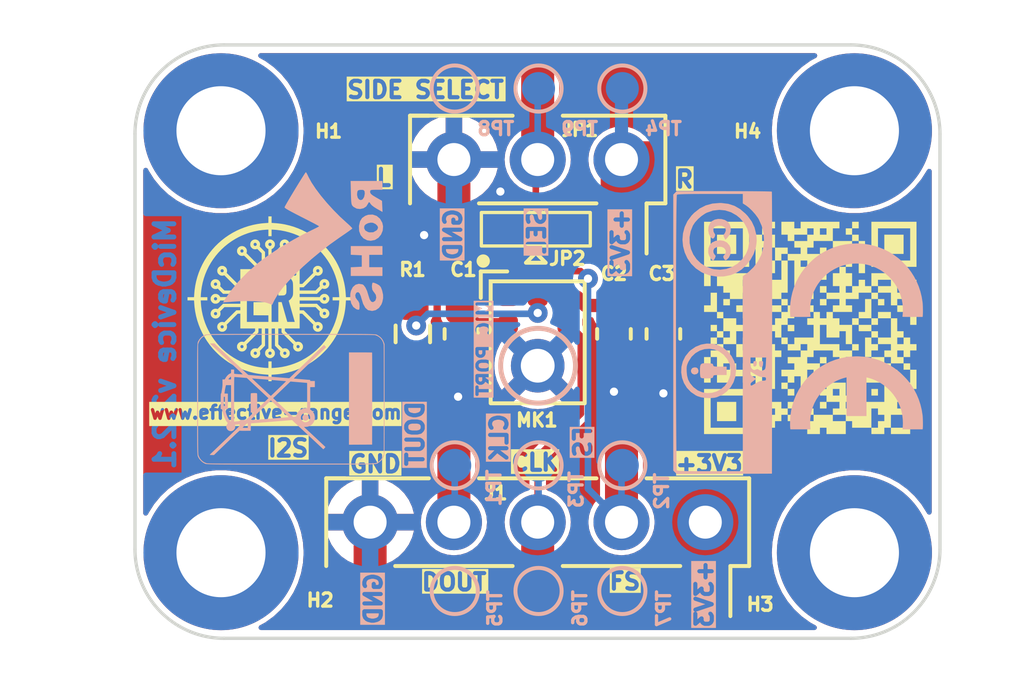
<source format=kicad_pcb>
(kicad_pcb (version 20240108) (generator "pcbnew") (generator_version "8.0")
  (title_block (title "Effective Range  Mic") (date "2024-06-16") (rev "2.2.1") (company "Global Scope Ltd") (comment 1 "Author: Ferenc Janky") (comment 2 "License: All rights reserved"))
  (layers (0 "F.Cu" signal) (31 "B.Cu" signal) (34 "B.Paste" user) (35 "F.Paste" user) (36 "B.SilkS" user "B.Silkscreen") (37 "F.SilkS" user "F.Silkscreen") (38 "B.Mask" user) (39 "F.Mask" user) (44 "Edge.Cuts" user))
  (net 0 "")
  (net 1 "+3.3V")
  (net 2 "GND")
  (net 3 "/I2S_FS")
  (net 4 "/I2S_DIN")
  (net 5 "/I2S_CLK")
  (net 6 "/SEL")
  (net 7 "/DATA")
  (footprint "MountingHole:MountingHole_2.7mm_M2.5_DIN965_Pad_TopBottom" (layer "F.Cu") (at 121.337 58.353)
    (property "Reference" "H1" (at 3.261128 0.0162 0) (layer "F.SilkS") (effects (font (size 0.4 0.4) (thickness 0.1))))
    (property "Value" "MountingHole")
    (pad "1" thru_hole circle (at 0 0) (size 3.1 3.1) (drill 2.7) (layers "*.Cu" "*.Mask"))
    (pad "1" connect circle (at 0 0) (size 4.7 4.7) (layers "F.Cu" "F.Mask"))
    (pad "1" connect circle (at 0 0) (size 4.7 4.7) (layers "B.Cu" "B.Mask"))
  )
  (footprint "Library:url-qr" (layer "F.Cu") (at 139.203128 64.3382)
    (property "Reference" "G***" (hide yes))
    (property "Value" "LOGO" (hide yes))
  )
  (footprint "Library:PinHeader_1x03_P2.54mm_Vertical_SMD_Pin1Right" (layer "F.Cu") (at 130.937 59.227 -90)
    (property "Reference" "JP1" (at -0.9086 -1.281128 0) (layer "F.SilkS") (effects (font (size 0.4 0.4) (thickness 0.1))))
    (property "Value" "SIDE_SELECT")
    (pad "1" thru_hole oval (at 0 -2.54 270) (size 1.7 1.7) (drill 1) (layers "*.Cu" "*.Mask") (net 1 "+3.3V"))
    (pad "1" smd rect (at 1.805 -2.54 270) (size 2.21 1) (layers "F.Cu" "F.Paste" "F.Mask") (net 1 "+3.3V") (clearance -0.2))
    (pad "2" smd rect (at -1.805 0 270) (size 2.21 1) (layers "F.Cu" "F.Paste" "F.Mask") (net 6 "/SEL"))
    (pad "2" thru_hole oval (at 0 0 270) (size 1.7 1.7) (drill 1) (layers "*.Cu" "*.Mask") (net 6 "/SEL"))
    (pad "3" thru_hole oval (at 0 2.54 270) (size 1.7 1.7) (drill 1) (layers "*.Cu" "*.Mask") (net 2 "GND"))
    (pad "3" smd rect (at 1.805 2.54 270) (size 2.21 1) (layers "F.Cu" "F.Paste" "F.Mask") (net 2 "GND"))
  )
  (footprint "MountingHole:MountingHole_2.7mm_M2.5_DIN965_Pad_TopBottom" (layer "F.Cu") (at 140.537 71.153)
    (property "Reference" "H3" (at -2.857872 1.5672 0) (layer "F.SilkS") (effects (font (size 0.4 0.4) (thickness 0.1))))
    (property "Value" "MountingHole")
    (pad "1" thru_hole circle (at 0 0) (size 3.1 3.1) (drill 2.7) (layers "*.Cu" "*.Mask"))
    (pad "1" connect circle (at 0 0) (size 4.7 4.7) (layers "F.Cu" "F.Mask"))
    (pad "1" connect circle (at 0 0) (size 4.7 4.7) (layers "B.Cu" "B.Mask"))
  )
  (footprint "MountingHole:MountingHole_2.7mm_M2.5_DIN965_Pad_TopBottom" (layer "F.Cu") (at 140.537 58.353)
    (property "Reference" "H4" (at -3.238872 0.0162 0) (layer "F.SilkS") (effects (font (size 0.4 0.4) (thickness 0.1))))
    (property "Value" "MountingHole")
    (pad "1" thru_hole circle (at 0 0) (size 3.1 3.1) (drill 2.7) (layers "*.Cu" "*.Mask"))
    (pad "1" connect circle (at 0 0) (size 4.7 4.7) (layers "F.Cu" "F.Mask"))
    (pad "1" connect circle (at 0 0) (size 4.7 4.7) (layers "B.Cu" "B.Mask"))
  )
  (footprint "Library:SolderJumper-3_P2.0mm_Open_TrianglePad1.0x1.5mm" (layer "F.Cu") (at 130.88 61.341 180)
    (property "Reference" "JP2" (at -0.957128 -0.889 0) (layer "F.SilkS") (effects (font (size 0.4 0.4) (thickness 0.1))))
    (property "Value" "SIDE_SELECT")
    (pad "1" smd custom (at -1.143 0) (size 0.3 0.3) (layers "F.Cu" "F.Mask") (net 1 "+3.3V") (options (clearance outline) (anchor rect)) (primitives (gr_poly (pts (xy -0.492 0) (xy -0.254 0.381) (xy 0.381 0.381) (xy 0.381 -0.381) (xy -0.254 -0.381)) (width 0) (fill yes))))
    (pad "2" smd custom (at 0 0 180) (size 0.2 0.2) (layers "F.Cu" "F.Mask") (net 6 "/SEL") (options (clearance outline) (anchor rect)) (primitives (gr_poly (pts (xy 0.4064 0) (xy 0.6604 0.381) (xy -0.6604 0.381) (xy -0.4318 0) (xy -0.6604 -0.381) (xy 0.6604 -0.381)) (width 0) (fill yes))))
    (pad "3" smd custom (at 1.143 0) (size 0.3 0.3) (layers "F.Cu" "F.Mask") (net 2 "GND") (options (clearance outline) (anchor rect)) (primitives (gr_poly (pts (xy 0.508 0) (xy 0.254 0.381) (xy -0.381 0.381) (xy -0.381 -0.381) (xy 0.254 -0.381)) (width 0) (fill yes))))
  )
  (footprint "Resistor_SMD:R_0603_1608Metric_Pad0.98x0.95mm_HandSolder" (layer "F.Cu") (at 127.1524 64.516 90)
    (property "Reference" "R1" (at 1.95 -0.01 0) (layer "F.SilkS") (effects (font (size 0.4 0.4) (thickness 0.1))))
    (property "Value" "33")
    (pad "1" smd roundrect (at -0.9125 0 90) (size 0.975 0.95) (layers "F.Cu" "F.Paste" "F.Mask") (net 4 "/I2S_DIN"))
    (pad "2" smd roundrect (at 0.9125 0 90) (size 0.975 0.95) (layers "F.Cu" "F.Paste" "F.Mask") (net 7 "/DATA"))
  )
  (footprint "Library:PinHeader_1x05_P2.54mm_Vertical_SMD_TH_Pin1Right" (layer "F.Cu") (at 130.937 70.227 -90)
    (property "Reference" "J1" (at -0.885 1.27 0) (layer "F.SilkS") (effects (font (size 0.4 0.4) (thickness 0.1))))
    (property "Value" "MicHeader")
    (pad "1" thru_hole oval (at 0 -5.08 270) (size 1.7 1.7) (drill 1) (layers "*.Cu" "*.Mask") (net 1 "+3.3V"))
    (pad "1" smd rect (at 1.805 -5.08 270) (size 2.21 1) (layers "F.Cu" "F.Paste" "F.Mask") (net 1 "+3.3V"))
    (pad "2" smd rect (at -1.805 -2.54 270) (size 2.21 1) (layers "F.Cu" "F.Paste" "F.Mask") (net 3 "/I2S_FS"))
    (pad "2" thru_hole oval (at 0 -2.54 270) (size 1.7 1.7) (drill 1) (layers "*.Cu" "*.Mask") (net 3 "/I2S_FS"))
    (pad "3" thru_hole oval (at 0 0 270) (size 1.7 1.7) (drill 1) (layers "*.Cu" "*.Mask") (net 5 "/I2S_CLK"))
    (pad "3" smd rect (at 1.805 0 270) (size 2.21 1) (layers "F.Cu" "F.Paste" "F.Mask") (net 5 "/I2S_CLK"))
    (pad "4" smd rect (at -1.805 2.54 270) (size 2.21 1) (layers "F.Cu" "F.Paste" "F.Mask") (net 4 "/I2S_DIN"))
    (pad "4" thru_hole oval (at 0 2.54 270) (size 1.7 1.7) (drill 1) (layers "*.Cu" "*.Mask") (net 4 "/I2S_DIN"))
    (pad "5" thru_hole oval (at 0 5.08 270) (size 1.7 1.7) (drill 1) (layers "*.Cu" "*.Mask") (net 2 "GND"))
    (pad "5" smd rect (at 1.805 5.08 270) (size 2.21 1) (layers "F.Cu" "F.Paste" "F.Mask") (net 2 "GND"))
  )
  (footprint "Library:erlogo" (layer "F.Cu") (at 122.820128 63.4492)
    (property "Reference" "G***" (hide yes))
    (property "Value" "LOGO" (hide yes))
  )
  (footprint "MountingHole:MountingHole_2.7mm_M2.5_DIN965_Pad_TopBottom" (layer "F.Cu") (at 121.337 71.153)
    (property "Reference" "H2" (at 3.007128 1.4402 0) (layer "F.SilkS") (effects (font (size 0.4 0.4) (thickness 0.1))))
    (property "Value" "MountingHole")
    (pad "1" thru_hole circle (at 0 0) (size 3.1 3.1) (drill 2.7) (layers "*.Cu" "*.Mask"))
    (pad "1" connect circle (at 0 0) (size 4.7 4.7) (layers "F.Cu" "F.Mask"))
    (pad "1" connect circle (at 0 0) (size 4.7 4.7) (layers "B.Cu" "B.Mask"))
  )
  (footprint "Library:Custom_Knowles_SPH0645LM4H-6_3.5x2.65mm" (layer "F.Cu") (at 130.937 64.7712)
    (property "Reference" "MK1" (at -0.0254 2.361 0) (layer "F.SilkS") (effects (font (size 0.4 0.4) (thickness 0.1))))
    (property "Value" "SPH0645LM4H")
    (pad "1" smd roundrect (at -0.9 -1.364) (size 0.6 0.522) (layers "F.Cu" "F.Paste" "F.Mask") (net 3 "/I2S_FS"))
    (pad "2" smd roundrect (at -0.9 -0.542) (size 0.6 0.522) (layers "F.Cu" "F.Paste" "F.Mask") (net 6 "/SEL"))
    (pad "3" thru_hole circle (at 0 0.71 90) (size 1.625 1.625) (drill 1.025) (layers "*.Cu" "*.Mask") (net 2 "GND"))
    (pad "4" smd roundrect (at 0.9 -0.542) (size 0.6 0.522) (layers "F.Cu" "F.Paste" "F.Mask") (net 5 "/I2S_CLK"))
    (pad "5" smd roundrect (at 0.9 -1.364) (size 0.6 0.522) (layers "F.Cu" "F.Paste" "F.Mask") (net 1 "+3.3V"))
    (pad "6" smd roundrect (at 0 -1.364) (size 0.6 0.522) (layers "F.Cu" "F.Paste" "F.Mask") (net 7 "/DATA"))
  )
  (footprint "Capacitor_SMD:C_0603_1608Metric_Pad1.08x0.95mm_HandSolder" (layer "F.Cu") (at 133.2484 64.516 -90)
    (property "Reference" "C2" (at -1.8288 0 0) (layer "F.SilkS") (effects (font (size 0.4 0.4) (thickness 0.1))))
    (property "Value" "200pF")
    (pad "1" smd roundrect (at -0.8625 0 270) (size 1.075 0.95) (layers "F.Cu" "F.Paste" "F.Mask") (net 1 "+3.3V"))
    (pad "2" smd roundrect (at 0.8625 0 270) (size 1.075 0.95) (layers "F.Cu" "F.Paste" "F.Mask") (net 2 "GND"))
  )
  (footprint "Capacitor_SMD:C_0603_1608Metric_Pad1.08x0.95mm_HandSolder" (layer "F.Cu") (at 134.747 64.516 -90)
    (property "Reference" "C3" (at -1.8288 0.0508 0) (layer "F.SilkS") (effects (font (size 0.4 0.4) (thickness 0.1))))
    (property "Value" "1uF")
    (pad "1" smd roundrect (at -0.8625 0 270) (size 1.075 0.95) (layers "F.Cu" "F.Paste" "F.Mask") (net 1 "+3.3V"))
    (pad "2" smd roundrect (at 0.8625 0 270) (size 1.075 0.95) (layers "F.Cu" "F.Paste" "F.Mask") (net 2 "GND"))
  )
  (footprint "Capacitor_SMD:C_0603_1608Metric_Pad1.08x0.95mm_HandSolder" (layer "F.Cu") (at 128.6256 64.516 -90)
    (property "Reference" "C1" (at -1.95 -0.06 0) (layer "F.SilkS") (effects (font (size 0.4 0.4) (thickness 0.1))))
    (property "Value" "200pF")
    (pad "1" smd roundrect (at -0.8625 0 270) (size 1.075 0.95) (layers "F.Cu" "F.Paste" "F.Mask") (net 6 "/SEL"))
    (pad "2" smd roundrect (at 0.8625 0 270) (size 1.075 0.95) (layers "F.Cu" "F.Paste" "F.Mask") (net 2 "GND"))
  )
  (footprint "Library:rohs" (layer "B.Cu") (at 123.963128 61.7982 -90)
    (property "Reference" "G***" (hide yes))
    (property "Value" "LOGO" (hide yes))
  )
  (footprint "TestPoint:TestPoint_Pad_D1.0mm" (layer "B.Cu") (at 130.9624 72.3138 180)
    (property "Reference" "TP6" (at -1.255728 -0.5334 90) (layer "B.SilkS") (effects (font (size 0.4 0.4) (thickness 0.1)) (justify mirror)))
    (property "Value" "GND")
    (pad "1" smd circle (at 0 0 180) (size 1 1) (layers "B.Cu" "B.Mask") (net 2 "GND"))
  )
  (footprint "TestPoint:TestPoint_Pad_D1.0mm" (layer "B.Cu") (at 128.4224 72.3138 -90)
    (property "Reference" "TP5" (at 0.5334 -1.2192 90) (layer "B.SilkS") (effects (font (size 0.4 0.4) (thickness 0.1)) (justify mirror)))
    (property "Value" "GND")
    (pad "1" smd circle (at 0 0 270) (size 1 1) (layers "B.Cu" "B.Mask") (net 2 "GND"))
  )
  (footprint "Library:ce" (layer "B.Cu") (at 140.795062 65.028511 -90)
    (property "Reference" "G***" (hide yes))
    (property "Value" "LOGO" (hide yes))
  )
  (footprint "Library:ccby" (layer "B.Cu") (at 136.536128 64.4652 -90)
    (property "Reference" "G***" (hide yes))
    (property "Value" "LOGO" (hide yes))
  )
  (footprint "Library:weee" (layer "B.Cu") (at 123.455128 66.4972 -90)
    (property "Reference" "G***" (hide yes))
    (property "Value" "LOGO" (hide yes))
  )
  (footprint "TestPoint:TestPoint_Pad_D1.0mm" (layer "B.Cu") (at 133.5024 68.5038 180)
    (property "Reference" "TP2" (at -1.1938 -0.7874 90) (layer "B.SilkS") (effects (font (size 0.4 0.4) (thickness 0.1)) (justify mirror)))
    (property "Value" "FS")
    (pad "1" smd circle (at 0 0 180) (size 1 1) (layers "B.Cu" "B.Mask") (net 3 "/I2S_FS"))
  )
  (footprint "TestPoint:TestPoint_Pad_D1.0mm" (layer "B.Cu") (at 130.9624 57.0738 180)
    (property "Reference" "TP9" (at -1.2446 -1.2192 0) (layer "B.SilkS") (effects (font (size 0.4 0.4) (thickness 0.1)) (justify mirror)))
    (property "Value" "SEL")
    (pad "1" smd circle (at 0 0 180) (size 1 1) (layers "B.Cu" "B.Mask") (net 6 "/SEL"))
  )
  (footprint "TestPoint:TestPoint_Pad_D1.0mm" (layer "B.Cu") (at 128.4224 57.0738 180)
    (property "Reference" "TP8" (at -1.2446 -1.2192 0) (layer "B.SilkS") (effects (font (size 0.4 0.4) (thickness 0.1)) (justify mirror)))
    (property "Value" "GND")
    (pad "1" smd circle (at 0 0 180) (size 1 1) (layers "B.Cu" "B.Mask") (net 2 "GND"))
  )
  (footprint "TestPoint:TestPoint_Pad_D1.0mm" (layer "B.Cu") (at 128.4224 68.5038 180)
    (property "Reference" "TP1" (at -1.1938 -0.6858 90) (layer "B.SilkS") (effects (font (size 0.4 0.4) (thickness 0.1)) (justify mirror)))
    (property "Value" "DATA")
    (pad "1" smd circle (at 0 0 180) (size 1 1) (layers "B.Cu" "B.Mask") (net 4 "/I2S_DIN"))
  )
  (footprint "TestPoint:TestPoint_Pad_D1.0mm" (layer "B.Cu") (at 133.5024 57.0738 180)
    (property "Reference" "TP4" (at -1.2446 -1.2192 0) (layer "B.SilkS") (effects (font (size 0.4 0.4) (thickness 0.1)) (justify mirror)))
    (property "Value" "VDD")
    (pad "1" smd circle (at 0 0 180) (size 1 1) (layers "B.Cu" "B.Mask") (net 1 "+3.3V"))
  )
  (footprint "TestPoint:TestPoint_Pad_D1.0mm" (layer "B.Cu") (at 130.9624 68.5038 180)
    (property "Reference" "TP3" (at -1.143 -0.7366 90) (layer "B.SilkS") (effects (font (size 0.4 0.4) (thickness 0.1)) (justify mirror)))
    (property "Value" "CLK")
    (pad "1" smd circle (at 0 0 180) (size 1 1) (layers "B.Cu" "B.Mask") (net 5 "/I2S_CLK"))
  )
  (footprint "TestPoint:TestPoint_Pad_D1.0mm" (layer "B.Cu") (at 133.5024 72.3138 -90)
    (property "Reference" "TP7" (at 0.5334 -1.255728 90) (layer "B.SilkS") (effects (font (size 0.4 0.4) (thickness 0.1)) (justify mirror)))
    (property "Value" "GND")
    (pad "1" smd circle (at 0 0 270) (size 1 1) (layers "B.Cu" "B.Mask") (net 2 "GND"))
  )
  (gr_circle (center 130.948128 65.4812) (end 131.8514 66.167) (stroke (width 0.15)) (fill none) (layer "B.SilkS"))
  (gr_circle (center 129.286 62.3062) (end 129.413 62.3062) (stroke (width 0.15)) (fill solid) (layer "F.SilkS"))
  (gr_line (start 140.43 73.75) (end 121.43 73.75) (stroke (width 0.1)) (layer "Edge.Cuts"))
  (gr_arc (start 143.13 71.05) (mid 142.339188 72.959188) (end 140.43 73.75) (stroke (width 0.1)) (layer "Edge.Cuts"))
  (gr_arc (start 121.43 73.75) (mid 119.520812 72.959188) (end 118.73 71.05) (stroke (width 0.1)) (layer "Edge.Cuts"))
  (gr_line (start 143.13 58.45) (end 143.13 71.05) (stroke (width 0.1)) (layer "Edge.Cuts"))
  (gr_line (start 121.43 55.75) (end 140.43 55.75) (stroke (width 0.1)) (layer "Edge.Cuts"))
  (gr_line (start 118.73 71.05) (end 118.73 58.45) (stroke (width 0.1)) (layer "Edge.Cuts"))
  (gr_arc (start 118.73 58.45) (mid 119.520812 56.540812) (end 121.43 55.75) (stroke (width 0.1)) (layer "Edge.Cuts"))
  (gr_arc (start 140.43 55.75) (mid 142.339188 56.540812) (end 143.13 58.45) (stroke (width 0.1)) (layer "Edge.Cuts"))
  (gr_text "MicDevice v2.2.1" (at 119.9896 60.9346 90) (layer "B.Cu") (effects (font (size 0.6 0.6) (thickness 0.15) (bold yes)) (justify left bottom mirror)))
  (gr_text "+3V3" (at 133.742128 60.6552 90) (layer "B.SilkS" knockout) (effects (font (size 0.5 0.5) (thickness 0.125) (bold yes)) (justify left bottom mirror)))
  (gr_text "MIC PORT" (at 129.551128 63.4492 90) (layer "B.SilkS" knockout) (effects (font (size 0.4 0.4) (thickness 0.1) (bold yes)) (justify left bottom mirror)))
  (gr_text "GND" (at 126.249128 71.7042 90) (layer "B.SilkS" knockout) (effects (font (size 0.5 0.5) (thickness 0.125) (bold yes)) (justify left bottom mirror)))
  (gr_text "SEL" (at 131.202128 60.6552 90) (layer "B.SilkS" knockout) (effects (font (size 0.5 0.5) (thickness 0.125) (bold yes)) (justify left bottom mirror)))
  (gr_text "DOUT" (at 127.519128 66.4972 90) (layer "B.SilkS" knockout) (effects (font (size 0.5 0.5) (thickness 0.125) (bold yes)) (justify left bottom mirror)))
  (gr_text "+3V3" (at 136.282128 71.3232 90) (layer "B.SilkS" knockout) (effects (font (size 0.5 0.5) (thickness 0.125) (bold yes)) (justify left bottom mirror)))
  (gr_text "GND" (at 128.662128 60.6552 90) (layer "B.SilkS" knockout) (effects (font (size 0.5 0.5) (thickness 0.125) (bold yes)) (justify left bottom mirror)))
  (gr_text "CLK" (at 130.059128 66.8782 90) (layer "B.SilkS" knockout) (effects (font (size 0.5 0.5) (thickness 0.125) (bold yes)) (justify left bottom mirror)))
  (gr_text "FS" (at 132.599128 67.2592 90) (layer "B.SilkS" knockout) (effects (font (size 0.5 0.5) (thickness 0.125) (bold yes)) (justify left bottom mirror)))
  (gr_text "I2S" (at 122.693128 68.2752 0) (layer "F.SilkS" knockout) (effects (font (size 0.5 0.5) (thickness 0.125) (bold yes)) (justify left bottom)))
  (gr_text "R" (at 135.0518 60.1218 0) (layer "F.SilkS" knockout) (effects (font (size 0.5 0.5) (thickness 0.125) (bold yes)) (justify left bottom)))
  (gr_text "DOUT" (at 127.3556 72.3392 0) (layer "F.SilkS" knockout) (effects (font (size 0.5 0.5) (thickness 0.125) (bold yes)) (justify left bottom)))
  (gr_text "FS" (at 133.0452 72.3138 0) (layer "F.SilkS" knockout) (effects (font (size 0.5 0.5) (thickness 0.125) (bold yes)) (justify left bottom)))
  (gr_text "+3V3" (at 135.0518 68.7578 0) (layer "F.SilkS" knockout) (effects (font (size 0.5 0.5) (thickness 0.125) (bold yes)) (justify left bottom)))
  (gr_text "www.effective-range.com" (at 119.137128 67.1322 0) (layer "F.SilkS" knockout) (effects (font (size 0.4 0.4) (thickness 0.1)) (justify left bottom)))
  (gr_text "SIDE SELECT" (at 125.095 57.404 0) (layer "F.SilkS" knockout) (effects (font (size 0.5 0.5) (thickness 0.125) (bold yes)) (justify left bottom)))
  (gr_text "L" (at 125.984 60.071 0) (layer "F.SilkS" knockout) (effects (font (size 0.5 0.5) (thickness 0.125) (bold yes)) (justify left bottom)))
  (gr_text "CLK" (at 130.0734 68.707 0) (layer "F.SilkS" knockout) (effects (font (size 0.5 0.5) (thickness 0.125) (bold yes)) (justify left bottom)))
  (gr_text "GND" (at 125.1712 68.7578 0) (layer "F.SilkS" knockout) (effects (font (size 0.5 0.5) (thickness 0.125) (bold yes)) (justify left bottom)))
  (segment (start 132.18 61.341) (end 133.168 61.341) (width 0.4) (layer "F.Cu") (net 1))
  (segment (start 133.2484 63.6535) (end 132.383299 63.6535) (width 0.4) (layer "F.Cu") (net 1))
  (segment (start 132.136999 63.4072) (end 131.837 63.4072) (width 0.4) (layer "F.Cu") (net 1))
  (segment (start 133.168 61.341) (end 133.477 61.032) (width 0.4) (layer "F.Cu") (net 1))
  (segment (start 132.383299 63.6535) (end 132.136999 63.4072) (width 0.4) (layer "F.Cu") (net 1))
  (segment (start 134.747 63.6535) (end 133.2484 63.6535) (width 0.4) (layer "F.Cu") (net 1))
  (segment (start 133.477 59.227) (end 133.477 57.0992) (width 0.4) (layer "B.Cu") (net 1))
  (segment (start 133.477 57.0992) (end 133.5024 57.0738) (width 0.4) (layer "B.Cu") (net 1))
  (segment (start 129.576528 61.180528) (end 129.737 61.341) (width 0.4) (layer "F.Cu") (net 2))
  (segment (start 129.576528 60.4266) (end 129.576528 61.180528) (width 0.4) (layer "F.Cu") (net 2))
  (segment (start 133.2484 65.3785) (end 133.2484 66.2686) (width 0.4) (layer "F.Cu") (net 2))
  (segment (start 125.857 71.882) (end 125.857 70.2818) (width 0.4) (layer "F.Cu") (net 2))
  (segment (start 128.6256 66.3194) (end 128.524 66.421) (width 0.4) (layer "F.Cu") (net 2))
  (segment (start 127.9102 61.5188) (end 127.493728 61.5188) (width 0.4) (layer "F.Cu") (net 2))
  (segment (start 134.747 65.3785) (end 134.747 66.3194) (width 0.4) (layer "F.Cu") (net 2))
  (segment (start 129.805128 60.198) (end 129.576528 60.4266) (width 0.4) (layer "F.Cu") (net 2))
  (segment (start 128.6256 65.3785) (end 128.6256 66.3194) (width 0.4) (layer "F.Cu") (net 2))
  (segment (start 128.397 61.032) (end 127.9102 61.5188) (width 0.4) (layer "F.Cu") (net 2))
  (segment (start 125.857 70.2818) (end 125.8824 70.2564) (width 0.4) (layer "F.Cu") (net 2))
  (via (at 129.805128 60.198) (size 0.6) (drill 0.25) (layers "F.Cu" "B.Cu") (net 2))
  (via (at 128.524 66.421) (size 0.6) (drill 0.25) (layers "F.Cu" "B.Cu") (net 2))
  (via (at 127.493728 61.5188) (size 0.6) (drill 0.25) (layers "F.Cu" "B.Cu") (net 2))
  (via (at 133.2484 66.2686) (size 0.6) (drill 0.25) (layers "F.Cu" "B.Cu") (net 2))
  (via (at 134.747 66.3194) (size 0.6) (drill 0.25) (layers "F.Cu" "B.Cu") (net 2))
  (segment (start 128.397 59.227) (end 128.397 57.0992) (width 0.4) (layer "B.Cu") (net 2))
  (segment (start 128.397 57.0992) (end 128.4224 57.0738) (width 0.4) (layer "B.Cu") (net 2))
  (segment (start 130.795728 62.611) (end 130.037 63.369728) (width 0.2) (layer "F.Cu") (net 3))
  (segment (start 133.477 69.2404) (end 133.477 68.572) (width 0.2) (layer "F.Cu") (net 3))
  (segment (start 130.037 63.369728) (end 130.037 63.4072) (width 0.2) (layer "F.Cu") (net 3))
  (segment (start 133.477 68.572) (end 133.1294 68.2244) (width 0.2) (layer "F.Cu") (net 3))
  (segment (start 132.2324 62.611) (end 130.795728 62.611) (width 0.2) (layer "F.Cu") (net 3))
  (segment (start 132.461 62.8396) (end 132.2324 62.611) (width 0.2) (layer "F.Cu") (net 3))
  (via (at 132.461 62.8396) (size 0.6) (drill 0.25) (layers "F.Cu" "B.Cu") (net 3))
  (segment (start 132.461 69.211) (end 133.0238 69.7738) (width 0.2) (layer "B.Cu") (net 3))
  (segment (start 133.0238 69.7738) (end 133.5024 69.7738) (width 0.2) (layer "B.Cu") (net 3))
  (segment (start 132.461 62.8396) (end 132.461 69.211) (width 0.2) (layer "B.Cu") (net 3))
  (segment (start 133.477 70.227) (end 133.477 68.5292) (width 0.2) (layer "B.Cu") (net 3))
  (segment (start 133.477 68.5292) (end 133.5024 68.5038) (width 0.2) (layer "B.Cu") (net 3))
  (segment (start 128.397 67.8942) (end 127.1524 66.6496) (width 0.2) (layer "F.Cu") (net 4))
  (segment (start 128.397 68.422) (end 128.397 67.8942) (width 0.2) (layer "F.Cu") (net 4))
  (segment (start 127.1524 66.6496) (end 127.1524 65.4285) (width 0.2) (layer "F.Cu") (net 4))
  (segment (start 128.4224 70.2016) (end 128.397 70.227) (width 0.2) (layer "B.Cu") (net 4))
  (segment (start 128.4224 68.5038) (end 128.4224 70.2016) (width 0.2) (layer "B.Cu") (net 4))
  (segment (start 130.937 70.227) (end 130.937 68.245009) (width 0.2) (layer "F.Cu") (net 5))
  (segment (start 130.937 68.245009) (end 132.243528 66.938481) (width 0.2) (layer "F.Cu") (net 5))
  (segment (start 131.885218 64.2292) (end 131.837 64.2292) (width 0.2) (layer "F.Cu") (net 5))
  (segment (start 132.243528 64.58751) (end 131.885218 64.2292) (width 0.2) (layer "F.Cu") (net 5))
  (segment (start 132.243528 66.938481) (end 132.243528 64.58751) (width 0.2) (layer "F.Cu") (net 5))
  (segment (start 130.937 69.7484) (end 130.9624 69.7738) (width 0.2) (layer "B.Cu") (net 5))
  (segment (start 130.9624 70.2016) (end 130.937 70.227) (width 0.2) (layer "B.Cu") (net 5))
  (segment (start 130.9624 68.5038) (end 130.9624 70.2016) (width 0.2) (layer "B.Cu") (net 5))
  (segment (start 129.424128 62.6364) (end 129.957528 62.6364) (width 0.2) (layer "F.Cu") (net 6))
  (segment (start 129.1071 64.135) (end 129.9428 64.135) (width 0.2) (layer "F.Cu") (net 6))
  (segment (start 128.6256 63.434928) (end 129.424128 62.6364) (width 0.2) (layer "F.Cu") (net 6))
  (segment (start 129.957528 62.6364) (end 130.88 61.713928) (width 0.2) (layer "F.Cu") (net 6))
  (segment (start 130.88 61.341) (end 130.88 59.284) (width 0.2) (layer "F.Cu") (net 6))
  (segment (start 129.9428 64.135) (end 130.037 64.2292) (width 0.2) (layer "F.Cu") (net 6))
  (segment (start 128.6256 63.6535) (end 128.6256 63.434928) (width 0.2) (layer "F.Cu") (net 6))
  (segment (start 130.88 61.713928) (end 130.88 61.341) (width 0.2) (layer "F.Cu") (net 6))
  (segment (start 130.88 59.284) (end 130.937 59.227) (width 0.2) (layer "F.Cu") (net 6))
  (segment (start 128.6256 63.6535) (end 129.1071 64.135) (width 0.2) (layer "F.Cu") (net 6))
  (segment (start 130.937 57.0992) (end 130.9624 57.0738) (width 0.2) (layer "B.Cu") (net 6))
  (segment (start 130.937 59.227) (end 130.937 57.0992) (width 0.2) (layer "B.Cu") (net 6))
  (segment (start 127.1524 64.1604) (end 127.1524 63.6035) (width 0.2) (layer "F.Cu") (net 7))
  (segment (start 127.254 64.262) (end 127.1524 64.1604) (width 0.2) (layer "F.Cu") (net 7))
  (segment (start 130.937 63.881) (end 130.937 63.4072) (width 0.2) (layer "F.Cu") (net 7))
  (via (at 130.937 63.881) (size 0.6) (drill 0.25) (layers "F.Cu" "B.Cu") (net 7))
  (via (at 127.254 64.262) (size 0.6) (drill 0.25) (layers "F.Cu" "B.Cu") (net 7))
  (segment (start 127.6096 63.9064) (end 127.254 64.262) (width 0.2) (layer "B.Cu") (net 7))
  (segment (start 130.937 63.881) (end 130.9116 63.9064) (width 0.2) (layer "B.Cu") (net 7))
  (segment (start 130.9116 63.9064) (end 127.6096 63.9064) (width 0.2) (layer "B.Cu") (net 7))
  (zone (net 1) (net_name "+3.3V") (layer "F.Cu") (priority 100) (connect_pads yes (clearance 0.15)) (min_thickness 0.15) (fill yes (thermal_gap 0.5) (thermal_bridge_width 0.5))
    (polygon (pts (xy 137.287 71.882) (xy 134.9756 71.882) (xy 134.9756 67.056) (xy 135.509 67.056) (xy 135.509 64.2112) (xy 134.239 64.2112) (xy 134.239 62.357) (xy 132.853128 62.357) (xy 132.842 58.674) (xy 137.287 58.674)))
  )
  (zone (net 2) (net_name "GND") (layers "F&B.Cu") (connect_pads thru_hole_only (clearance 0.15)) (min_thickness 0.15) (fill yes (thermal_gap 0.5) (thermal_bridge_width 0.5))
    (polygon (pts (xy 114.638385 55.242858) (xy 145.499385 55.242858) (xy 145.499385 75.308858) (xy 114.765385 75.308858)))
  )
)
</source>
